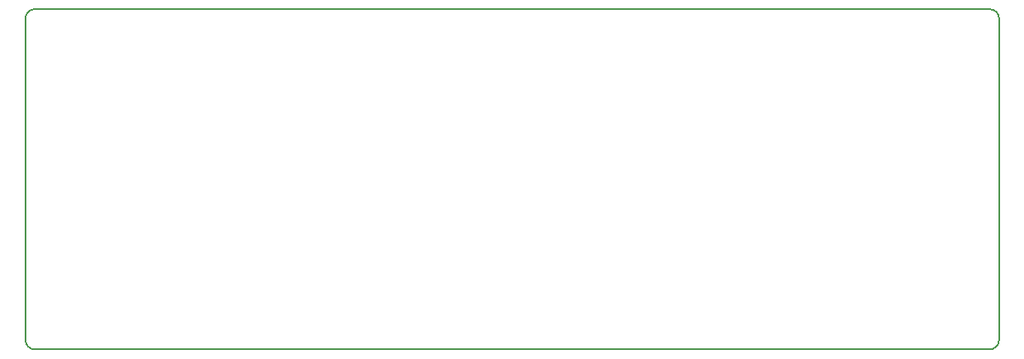
<source format=gm1>
%TF.GenerationSoftware,KiCad,Pcbnew,9.0.0*%
%TF.CreationDate,2025-09-30T11:44:18-04:00*%
%TF.ProjectId,CSC202_LP_MSPM0G3507_2TERM_BREAKOUT,43534332-3032-45f4-9c50-5f4d53504d30,rev?*%
%TF.SameCoordinates,Original*%
%TF.FileFunction,Profile,NP*%
%FSLAX46Y46*%
G04 Gerber Fmt 4.6, Leading zero omitted, Abs format (unit mm)*
G04 Created by KiCad (PCBNEW 9.0.0) date 2025-09-30 11:44:18*
%MOMM*%
%LPD*%
G01*
G04 APERTURE LIST*
%TA.AperFunction,Profile*%
%ADD10C,0.200000*%
%TD*%
G04 APERTURE END LIST*
D10*
X189140000Y-80990000D02*
X189140000Y-113990000D01*
X89140000Y-113990000D02*
X89140000Y-80990000D01*
X89140000Y-80990000D02*
G75*
G02*
X90140000Y-79990000I1000000J0D01*
G01*
X90140000Y-114990000D02*
G75*
G02*
X89140000Y-113990000I0J1000000D01*
G01*
X189140000Y-113990000D02*
G75*
G02*
X188140000Y-114990000I-1000000J0D01*
G01*
X90140000Y-79990000D02*
X188140000Y-79990000D01*
X188140000Y-79990000D02*
G75*
G02*
X189140000Y-80990000I0J-1000000D01*
G01*
X188140000Y-114990000D02*
X90140000Y-114990000D01*
M02*

</source>
